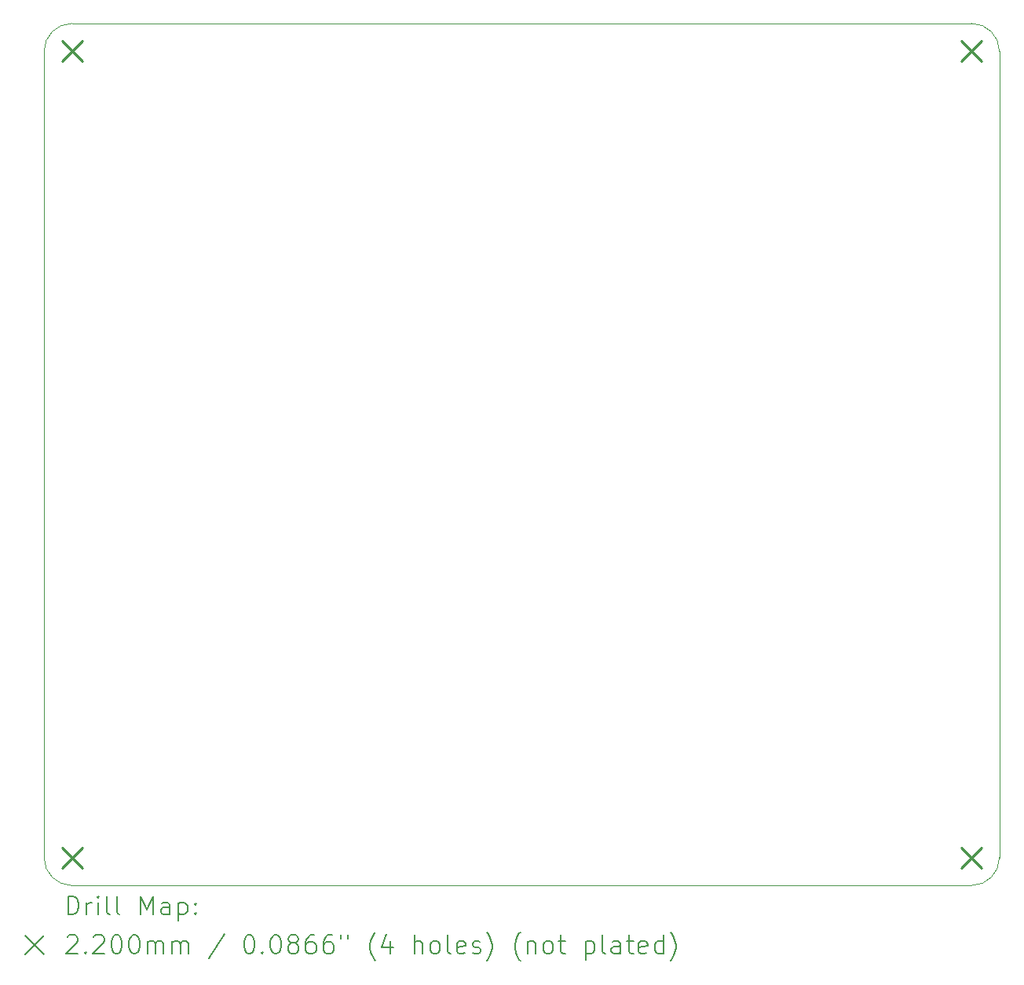
<source format=gbr>
%TF.GenerationSoftware,KiCad,Pcbnew,8.0.6*%
%TF.CreationDate,2024-11-23T21:18:31+01:00*%
%TF.ProjectId,smart home,736d6172-7420-4686-9f6d-652e6b696361,rev?*%
%TF.SameCoordinates,Original*%
%TF.FileFunction,Drillmap*%
%TF.FilePolarity,Positive*%
%FSLAX45Y45*%
G04 Gerber Fmt 4.5, Leading zero omitted, Abs format (unit mm)*
G04 Created by KiCad (PCBNEW 8.0.6) date 2024-11-23 21:18:31*
%MOMM*%
%LPD*%
G01*
G04 APERTURE LIST*
%ADD10C,0.050000*%
%ADD11C,0.200000*%
%ADD12C,0.220000*%
G04 APERTURE END LIST*
D10*
X12050000Y-2000000D02*
G75*
G02*
X12350000Y-2300000I0J-300000D01*
G01*
X12050000Y-11300000D02*
X2350000Y-11300000D01*
X2050000Y-2300000D02*
G75*
G02*
X2350000Y-2000000I300000J0D01*
G01*
X12350000Y-11000000D02*
X12350000Y-2300000D01*
X2350000Y-2000000D02*
X12050000Y-2000000D01*
X2350000Y-11300000D02*
G75*
G02*
X2050000Y-11000000I0J300000D01*
G01*
X2050000Y-2300000D02*
X2050000Y-11000000D01*
X12350000Y-11000000D02*
G75*
G02*
X12050000Y-11300000I-300000J0D01*
G01*
D11*
D12*
X2240000Y-2190000D02*
X2460000Y-2410000D01*
X2460000Y-2190000D02*
X2240000Y-2410000D01*
X2240000Y-10890000D02*
X2460000Y-11110000D01*
X2460000Y-10890000D02*
X2240000Y-11110000D01*
X11940000Y-2190000D02*
X12160000Y-2410000D01*
X12160000Y-2190000D02*
X11940000Y-2410000D01*
X11940000Y-10890000D02*
X12160000Y-11110000D01*
X12160000Y-10890000D02*
X11940000Y-11110000D01*
D11*
X2308277Y-11613984D02*
X2308277Y-11413984D01*
X2308277Y-11413984D02*
X2355896Y-11413984D01*
X2355896Y-11413984D02*
X2384467Y-11423508D01*
X2384467Y-11423508D02*
X2403515Y-11442555D01*
X2403515Y-11442555D02*
X2413039Y-11461603D01*
X2413039Y-11461603D02*
X2422563Y-11499698D01*
X2422563Y-11499698D02*
X2422563Y-11528269D01*
X2422563Y-11528269D02*
X2413039Y-11566365D01*
X2413039Y-11566365D02*
X2403515Y-11585412D01*
X2403515Y-11585412D02*
X2384467Y-11604460D01*
X2384467Y-11604460D02*
X2355896Y-11613984D01*
X2355896Y-11613984D02*
X2308277Y-11613984D01*
X2508277Y-11613984D02*
X2508277Y-11480650D01*
X2508277Y-11518746D02*
X2517801Y-11499698D01*
X2517801Y-11499698D02*
X2527324Y-11490174D01*
X2527324Y-11490174D02*
X2546372Y-11480650D01*
X2546372Y-11480650D02*
X2565420Y-11480650D01*
X2632086Y-11613984D02*
X2632086Y-11480650D01*
X2632086Y-11413984D02*
X2622563Y-11423508D01*
X2622563Y-11423508D02*
X2632086Y-11433031D01*
X2632086Y-11433031D02*
X2641610Y-11423508D01*
X2641610Y-11423508D02*
X2632086Y-11413984D01*
X2632086Y-11413984D02*
X2632086Y-11433031D01*
X2755896Y-11613984D02*
X2736848Y-11604460D01*
X2736848Y-11604460D02*
X2727324Y-11585412D01*
X2727324Y-11585412D02*
X2727324Y-11413984D01*
X2860658Y-11613984D02*
X2841610Y-11604460D01*
X2841610Y-11604460D02*
X2832086Y-11585412D01*
X2832086Y-11585412D02*
X2832086Y-11413984D01*
X3089229Y-11613984D02*
X3089229Y-11413984D01*
X3089229Y-11413984D02*
X3155896Y-11556841D01*
X3155896Y-11556841D02*
X3222562Y-11413984D01*
X3222562Y-11413984D02*
X3222562Y-11613984D01*
X3403515Y-11613984D02*
X3403515Y-11509222D01*
X3403515Y-11509222D02*
X3393991Y-11490174D01*
X3393991Y-11490174D02*
X3374943Y-11480650D01*
X3374943Y-11480650D02*
X3336848Y-11480650D01*
X3336848Y-11480650D02*
X3317801Y-11490174D01*
X3403515Y-11604460D02*
X3384467Y-11613984D01*
X3384467Y-11613984D02*
X3336848Y-11613984D01*
X3336848Y-11613984D02*
X3317801Y-11604460D01*
X3317801Y-11604460D02*
X3308277Y-11585412D01*
X3308277Y-11585412D02*
X3308277Y-11566365D01*
X3308277Y-11566365D02*
X3317801Y-11547317D01*
X3317801Y-11547317D02*
X3336848Y-11537793D01*
X3336848Y-11537793D02*
X3384467Y-11537793D01*
X3384467Y-11537793D02*
X3403515Y-11528269D01*
X3498753Y-11480650D02*
X3498753Y-11680650D01*
X3498753Y-11490174D02*
X3517801Y-11480650D01*
X3517801Y-11480650D02*
X3555896Y-11480650D01*
X3555896Y-11480650D02*
X3574943Y-11490174D01*
X3574943Y-11490174D02*
X3584467Y-11499698D01*
X3584467Y-11499698D02*
X3593991Y-11518746D01*
X3593991Y-11518746D02*
X3593991Y-11575888D01*
X3593991Y-11575888D02*
X3584467Y-11594936D01*
X3584467Y-11594936D02*
X3574943Y-11604460D01*
X3574943Y-11604460D02*
X3555896Y-11613984D01*
X3555896Y-11613984D02*
X3517801Y-11613984D01*
X3517801Y-11613984D02*
X3498753Y-11604460D01*
X3679705Y-11594936D02*
X3689229Y-11604460D01*
X3689229Y-11604460D02*
X3679705Y-11613984D01*
X3679705Y-11613984D02*
X3670182Y-11604460D01*
X3670182Y-11604460D02*
X3679705Y-11594936D01*
X3679705Y-11594936D02*
X3679705Y-11613984D01*
X3679705Y-11490174D02*
X3689229Y-11499698D01*
X3689229Y-11499698D02*
X3679705Y-11509222D01*
X3679705Y-11509222D02*
X3670182Y-11499698D01*
X3670182Y-11499698D02*
X3679705Y-11490174D01*
X3679705Y-11490174D02*
X3679705Y-11509222D01*
X1847500Y-11842500D02*
X2047500Y-12042500D01*
X2047500Y-11842500D02*
X1847500Y-12042500D01*
X2298753Y-11853031D02*
X2308277Y-11843508D01*
X2308277Y-11843508D02*
X2327324Y-11833984D01*
X2327324Y-11833984D02*
X2374944Y-11833984D01*
X2374944Y-11833984D02*
X2393991Y-11843508D01*
X2393991Y-11843508D02*
X2403515Y-11853031D01*
X2403515Y-11853031D02*
X2413039Y-11872079D01*
X2413039Y-11872079D02*
X2413039Y-11891127D01*
X2413039Y-11891127D02*
X2403515Y-11919698D01*
X2403515Y-11919698D02*
X2289229Y-12033984D01*
X2289229Y-12033984D02*
X2413039Y-12033984D01*
X2498753Y-12014936D02*
X2508277Y-12024460D01*
X2508277Y-12024460D02*
X2498753Y-12033984D01*
X2498753Y-12033984D02*
X2489229Y-12024460D01*
X2489229Y-12024460D02*
X2498753Y-12014936D01*
X2498753Y-12014936D02*
X2498753Y-12033984D01*
X2584467Y-11853031D02*
X2593991Y-11843508D01*
X2593991Y-11843508D02*
X2613039Y-11833984D01*
X2613039Y-11833984D02*
X2660658Y-11833984D01*
X2660658Y-11833984D02*
X2679705Y-11843508D01*
X2679705Y-11843508D02*
X2689229Y-11853031D01*
X2689229Y-11853031D02*
X2698753Y-11872079D01*
X2698753Y-11872079D02*
X2698753Y-11891127D01*
X2698753Y-11891127D02*
X2689229Y-11919698D01*
X2689229Y-11919698D02*
X2574944Y-12033984D01*
X2574944Y-12033984D02*
X2698753Y-12033984D01*
X2822562Y-11833984D02*
X2841610Y-11833984D01*
X2841610Y-11833984D02*
X2860658Y-11843508D01*
X2860658Y-11843508D02*
X2870182Y-11853031D01*
X2870182Y-11853031D02*
X2879705Y-11872079D01*
X2879705Y-11872079D02*
X2889229Y-11910174D01*
X2889229Y-11910174D02*
X2889229Y-11957793D01*
X2889229Y-11957793D02*
X2879705Y-11995888D01*
X2879705Y-11995888D02*
X2870182Y-12014936D01*
X2870182Y-12014936D02*
X2860658Y-12024460D01*
X2860658Y-12024460D02*
X2841610Y-12033984D01*
X2841610Y-12033984D02*
X2822562Y-12033984D01*
X2822562Y-12033984D02*
X2803515Y-12024460D01*
X2803515Y-12024460D02*
X2793991Y-12014936D01*
X2793991Y-12014936D02*
X2784467Y-11995888D01*
X2784467Y-11995888D02*
X2774944Y-11957793D01*
X2774944Y-11957793D02*
X2774944Y-11910174D01*
X2774944Y-11910174D02*
X2784467Y-11872079D01*
X2784467Y-11872079D02*
X2793991Y-11853031D01*
X2793991Y-11853031D02*
X2803515Y-11843508D01*
X2803515Y-11843508D02*
X2822562Y-11833984D01*
X3013039Y-11833984D02*
X3032086Y-11833984D01*
X3032086Y-11833984D02*
X3051134Y-11843508D01*
X3051134Y-11843508D02*
X3060658Y-11853031D01*
X3060658Y-11853031D02*
X3070182Y-11872079D01*
X3070182Y-11872079D02*
X3079705Y-11910174D01*
X3079705Y-11910174D02*
X3079705Y-11957793D01*
X3079705Y-11957793D02*
X3070182Y-11995888D01*
X3070182Y-11995888D02*
X3060658Y-12014936D01*
X3060658Y-12014936D02*
X3051134Y-12024460D01*
X3051134Y-12024460D02*
X3032086Y-12033984D01*
X3032086Y-12033984D02*
X3013039Y-12033984D01*
X3013039Y-12033984D02*
X2993991Y-12024460D01*
X2993991Y-12024460D02*
X2984467Y-12014936D01*
X2984467Y-12014936D02*
X2974943Y-11995888D01*
X2974943Y-11995888D02*
X2965420Y-11957793D01*
X2965420Y-11957793D02*
X2965420Y-11910174D01*
X2965420Y-11910174D02*
X2974943Y-11872079D01*
X2974943Y-11872079D02*
X2984467Y-11853031D01*
X2984467Y-11853031D02*
X2993991Y-11843508D01*
X2993991Y-11843508D02*
X3013039Y-11833984D01*
X3165420Y-12033984D02*
X3165420Y-11900650D01*
X3165420Y-11919698D02*
X3174943Y-11910174D01*
X3174943Y-11910174D02*
X3193991Y-11900650D01*
X3193991Y-11900650D02*
X3222563Y-11900650D01*
X3222563Y-11900650D02*
X3241610Y-11910174D01*
X3241610Y-11910174D02*
X3251134Y-11929222D01*
X3251134Y-11929222D02*
X3251134Y-12033984D01*
X3251134Y-11929222D02*
X3260658Y-11910174D01*
X3260658Y-11910174D02*
X3279705Y-11900650D01*
X3279705Y-11900650D02*
X3308277Y-11900650D01*
X3308277Y-11900650D02*
X3327324Y-11910174D01*
X3327324Y-11910174D02*
X3336848Y-11929222D01*
X3336848Y-11929222D02*
X3336848Y-12033984D01*
X3432086Y-12033984D02*
X3432086Y-11900650D01*
X3432086Y-11919698D02*
X3441610Y-11910174D01*
X3441610Y-11910174D02*
X3460658Y-11900650D01*
X3460658Y-11900650D02*
X3489229Y-11900650D01*
X3489229Y-11900650D02*
X3508277Y-11910174D01*
X3508277Y-11910174D02*
X3517801Y-11929222D01*
X3517801Y-11929222D02*
X3517801Y-12033984D01*
X3517801Y-11929222D02*
X3527324Y-11910174D01*
X3527324Y-11910174D02*
X3546372Y-11900650D01*
X3546372Y-11900650D02*
X3574943Y-11900650D01*
X3574943Y-11900650D02*
X3593991Y-11910174D01*
X3593991Y-11910174D02*
X3603515Y-11929222D01*
X3603515Y-11929222D02*
X3603515Y-12033984D01*
X3993991Y-11824460D02*
X3822563Y-12081603D01*
X4251134Y-11833984D02*
X4270182Y-11833984D01*
X4270182Y-11833984D02*
X4289229Y-11843508D01*
X4289229Y-11843508D02*
X4298753Y-11853031D01*
X4298753Y-11853031D02*
X4308277Y-11872079D01*
X4308277Y-11872079D02*
X4317801Y-11910174D01*
X4317801Y-11910174D02*
X4317801Y-11957793D01*
X4317801Y-11957793D02*
X4308277Y-11995888D01*
X4308277Y-11995888D02*
X4298753Y-12014936D01*
X4298753Y-12014936D02*
X4289229Y-12024460D01*
X4289229Y-12024460D02*
X4270182Y-12033984D01*
X4270182Y-12033984D02*
X4251134Y-12033984D01*
X4251134Y-12033984D02*
X4232087Y-12024460D01*
X4232087Y-12024460D02*
X4222563Y-12014936D01*
X4222563Y-12014936D02*
X4213039Y-11995888D01*
X4213039Y-11995888D02*
X4203515Y-11957793D01*
X4203515Y-11957793D02*
X4203515Y-11910174D01*
X4203515Y-11910174D02*
X4213039Y-11872079D01*
X4213039Y-11872079D02*
X4222563Y-11853031D01*
X4222563Y-11853031D02*
X4232087Y-11843508D01*
X4232087Y-11843508D02*
X4251134Y-11833984D01*
X4403515Y-12014936D02*
X4413039Y-12024460D01*
X4413039Y-12024460D02*
X4403515Y-12033984D01*
X4403515Y-12033984D02*
X4393991Y-12024460D01*
X4393991Y-12024460D02*
X4403515Y-12014936D01*
X4403515Y-12014936D02*
X4403515Y-12033984D01*
X4536848Y-11833984D02*
X4555896Y-11833984D01*
X4555896Y-11833984D02*
X4574944Y-11843508D01*
X4574944Y-11843508D02*
X4584468Y-11853031D01*
X4584468Y-11853031D02*
X4593991Y-11872079D01*
X4593991Y-11872079D02*
X4603515Y-11910174D01*
X4603515Y-11910174D02*
X4603515Y-11957793D01*
X4603515Y-11957793D02*
X4593991Y-11995888D01*
X4593991Y-11995888D02*
X4584468Y-12014936D01*
X4584468Y-12014936D02*
X4574944Y-12024460D01*
X4574944Y-12024460D02*
X4555896Y-12033984D01*
X4555896Y-12033984D02*
X4536848Y-12033984D01*
X4536848Y-12033984D02*
X4517801Y-12024460D01*
X4517801Y-12024460D02*
X4508277Y-12014936D01*
X4508277Y-12014936D02*
X4498753Y-11995888D01*
X4498753Y-11995888D02*
X4489229Y-11957793D01*
X4489229Y-11957793D02*
X4489229Y-11910174D01*
X4489229Y-11910174D02*
X4498753Y-11872079D01*
X4498753Y-11872079D02*
X4508277Y-11853031D01*
X4508277Y-11853031D02*
X4517801Y-11843508D01*
X4517801Y-11843508D02*
X4536848Y-11833984D01*
X4717801Y-11919698D02*
X4698753Y-11910174D01*
X4698753Y-11910174D02*
X4689229Y-11900650D01*
X4689229Y-11900650D02*
X4679706Y-11881603D01*
X4679706Y-11881603D02*
X4679706Y-11872079D01*
X4679706Y-11872079D02*
X4689229Y-11853031D01*
X4689229Y-11853031D02*
X4698753Y-11843508D01*
X4698753Y-11843508D02*
X4717801Y-11833984D01*
X4717801Y-11833984D02*
X4755896Y-11833984D01*
X4755896Y-11833984D02*
X4774944Y-11843508D01*
X4774944Y-11843508D02*
X4784468Y-11853031D01*
X4784468Y-11853031D02*
X4793991Y-11872079D01*
X4793991Y-11872079D02*
X4793991Y-11881603D01*
X4793991Y-11881603D02*
X4784468Y-11900650D01*
X4784468Y-11900650D02*
X4774944Y-11910174D01*
X4774944Y-11910174D02*
X4755896Y-11919698D01*
X4755896Y-11919698D02*
X4717801Y-11919698D01*
X4717801Y-11919698D02*
X4698753Y-11929222D01*
X4698753Y-11929222D02*
X4689229Y-11938746D01*
X4689229Y-11938746D02*
X4679706Y-11957793D01*
X4679706Y-11957793D02*
X4679706Y-11995888D01*
X4679706Y-11995888D02*
X4689229Y-12014936D01*
X4689229Y-12014936D02*
X4698753Y-12024460D01*
X4698753Y-12024460D02*
X4717801Y-12033984D01*
X4717801Y-12033984D02*
X4755896Y-12033984D01*
X4755896Y-12033984D02*
X4774944Y-12024460D01*
X4774944Y-12024460D02*
X4784468Y-12014936D01*
X4784468Y-12014936D02*
X4793991Y-11995888D01*
X4793991Y-11995888D02*
X4793991Y-11957793D01*
X4793991Y-11957793D02*
X4784468Y-11938746D01*
X4784468Y-11938746D02*
X4774944Y-11929222D01*
X4774944Y-11929222D02*
X4755896Y-11919698D01*
X4965420Y-11833984D02*
X4927325Y-11833984D01*
X4927325Y-11833984D02*
X4908277Y-11843508D01*
X4908277Y-11843508D02*
X4898753Y-11853031D01*
X4898753Y-11853031D02*
X4879706Y-11881603D01*
X4879706Y-11881603D02*
X4870182Y-11919698D01*
X4870182Y-11919698D02*
X4870182Y-11995888D01*
X4870182Y-11995888D02*
X4879706Y-12014936D01*
X4879706Y-12014936D02*
X4889229Y-12024460D01*
X4889229Y-12024460D02*
X4908277Y-12033984D01*
X4908277Y-12033984D02*
X4946372Y-12033984D01*
X4946372Y-12033984D02*
X4965420Y-12024460D01*
X4965420Y-12024460D02*
X4974944Y-12014936D01*
X4974944Y-12014936D02*
X4984468Y-11995888D01*
X4984468Y-11995888D02*
X4984468Y-11948269D01*
X4984468Y-11948269D02*
X4974944Y-11929222D01*
X4974944Y-11929222D02*
X4965420Y-11919698D01*
X4965420Y-11919698D02*
X4946372Y-11910174D01*
X4946372Y-11910174D02*
X4908277Y-11910174D01*
X4908277Y-11910174D02*
X4889229Y-11919698D01*
X4889229Y-11919698D02*
X4879706Y-11929222D01*
X4879706Y-11929222D02*
X4870182Y-11948269D01*
X5155896Y-11833984D02*
X5117801Y-11833984D01*
X5117801Y-11833984D02*
X5098753Y-11843508D01*
X5098753Y-11843508D02*
X5089229Y-11853031D01*
X5089229Y-11853031D02*
X5070182Y-11881603D01*
X5070182Y-11881603D02*
X5060658Y-11919698D01*
X5060658Y-11919698D02*
X5060658Y-11995888D01*
X5060658Y-11995888D02*
X5070182Y-12014936D01*
X5070182Y-12014936D02*
X5079706Y-12024460D01*
X5079706Y-12024460D02*
X5098753Y-12033984D01*
X5098753Y-12033984D02*
X5136849Y-12033984D01*
X5136849Y-12033984D02*
X5155896Y-12024460D01*
X5155896Y-12024460D02*
X5165420Y-12014936D01*
X5165420Y-12014936D02*
X5174944Y-11995888D01*
X5174944Y-11995888D02*
X5174944Y-11948269D01*
X5174944Y-11948269D02*
X5165420Y-11929222D01*
X5165420Y-11929222D02*
X5155896Y-11919698D01*
X5155896Y-11919698D02*
X5136849Y-11910174D01*
X5136849Y-11910174D02*
X5098753Y-11910174D01*
X5098753Y-11910174D02*
X5079706Y-11919698D01*
X5079706Y-11919698D02*
X5070182Y-11929222D01*
X5070182Y-11929222D02*
X5060658Y-11948269D01*
X5251134Y-11833984D02*
X5251134Y-11872079D01*
X5327325Y-11833984D02*
X5327325Y-11872079D01*
X5622563Y-12110174D02*
X5613039Y-12100650D01*
X5613039Y-12100650D02*
X5593991Y-12072079D01*
X5593991Y-12072079D02*
X5584468Y-12053031D01*
X5584468Y-12053031D02*
X5574944Y-12024460D01*
X5574944Y-12024460D02*
X5565420Y-11976841D01*
X5565420Y-11976841D02*
X5565420Y-11938746D01*
X5565420Y-11938746D02*
X5574944Y-11891127D01*
X5574944Y-11891127D02*
X5584468Y-11862555D01*
X5584468Y-11862555D02*
X5593991Y-11843508D01*
X5593991Y-11843508D02*
X5613039Y-11814936D01*
X5613039Y-11814936D02*
X5622563Y-11805412D01*
X5784468Y-11900650D02*
X5784468Y-12033984D01*
X5736848Y-11824460D02*
X5689229Y-11967317D01*
X5689229Y-11967317D02*
X5813039Y-11967317D01*
X6041610Y-12033984D02*
X6041610Y-11833984D01*
X6127325Y-12033984D02*
X6127325Y-11929222D01*
X6127325Y-11929222D02*
X6117801Y-11910174D01*
X6117801Y-11910174D02*
X6098753Y-11900650D01*
X6098753Y-11900650D02*
X6070182Y-11900650D01*
X6070182Y-11900650D02*
X6051134Y-11910174D01*
X6051134Y-11910174D02*
X6041610Y-11919698D01*
X6251134Y-12033984D02*
X6232087Y-12024460D01*
X6232087Y-12024460D02*
X6222563Y-12014936D01*
X6222563Y-12014936D02*
X6213039Y-11995888D01*
X6213039Y-11995888D02*
X6213039Y-11938746D01*
X6213039Y-11938746D02*
X6222563Y-11919698D01*
X6222563Y-11919698D02*
X6232087Y-11910174D01*
X6232087Y-11910174D02*
X6251134Y-11900650D01*
X6251134Y-11900650D02*
X6279706Y-11900650D01*
X6279706Y-11900650D02*
X6298753Y-11910174D01*
X6298753Y-11910174D02*
X6308277Y-11919698D01*
X6308277Y-11919698D02*
X6317801Y-11938746D01*
X6317801Y-11938746D02*
X6317801Y-11995888D01*
X6317801Y-11995888D02*
X6308277Y-12014936D01*
X6308277Y-12014936D02*
X6298753Y-12024460D01*
X6298753Y-12024460D02*
X6279706Y-12033984D01*
X6279706Y-12033984D02*
X6251134Y-12033984D01*
X6432087Y-12033984D02*
X6413039Y-12024460D01*
X6413039Y-12024460D02*
X6403515Y-12005412D01*
X6403515Y-12005412D02*
X6403515Y-11833984D01*
X6584468Y-12024460D02*
X6565420Y-12033984D01*
X6565420Y-12033984D02*
X6527325Y-12033984D01*
X6527325Y-12033984D02*
X6508277Y-12024460D01*
X6508277Y-12024460D02*
X6498753Y-12005412D01*
X6498753Y-12005412D02*
X6498753Y-11929222D01*
X6498753Y-11929222D02*
X6508277Y-11910174D01*
X6508277Y-11910174D02*
X6527325Y-11900650D01*
X6527325Y-11900650D02*
X6565420Y-11900650D01*
X6565420Y-11900650D02*
X6584468Y-11910174D01*
X6584468Y-11910174D02*
X6593991Y-11929222D01*
X6593991Y-11929222D02*
X6593991Y-11948269D01*
X6593991Y-11948269D02*
X6498753Y-11967317D01*
X6670182Y-12024460D02*
X6689230Y-12033984D01*
X6689230Y-12033984D02*
X6727325Y-12033984D01*
X6727325Y-12033984D02*
X6746372Y-12024460D01*
X6746372Y-12024460D02*
X6755896Y-12005412D01*
X6755896Y-12005412D02*
X6755896Y-11995888D01*
X6755896Y-11995888D02*
X6746372Y-11976841D01*
X6746372Y-11976841D02*
X6727325Y-11967317D01*
X6727325Y-11967317D02*
X6698753Y-11967317D01*
X6698753Y-11967317D02*
X6679706Y-11957793D01*
X6679706Y-11957793D02*
X6670182Y-11938746D01*
X6670182Y-11938746D02*
X6670182Y-11929222D01*
X6670182Y-11929222D02*
X6679706Y-11910174D01*
X6679706Y-11910174D02*
X6698753Y-11900650D01*
X6698753Y-11900650D02*
X6727325Y-11900650D01*
X6727325Y-11900650D02*
X6746372Y-11910174D01*
X6822563Y-12110174D02*
X6832087Y-12100650D01*
X6832087Y-12100650D02*
X6851134Y-12072079D01*
X6851134Y-12072079D02*
X6860658Y-12053031D01*
X6860658Y-12053031D02*
X6870182Y-12024460D01*
X6870182Y-12024460D02*
X6879706Y-11976841D01*
X6879706Y-11976841D02*
X6879706Y-11938746D01*
X6879706Y-11938746D02*
X6870182Y-11891127D01*
X6870182Y-11891127D02*
X6860658Y-11862555D01*
X6860658Y-11862555D02*
X6851134Y-11843508D01*
X6851134Y-11843508D02*
X6832087Y-11814936D01*
X6832087Y-11814936D02*
X6822563Y-11805412D01*
X7184468Y-12110174D02*
X7174944Y-12100650D01*
X7174944Y-12100650D02*
X7155896Y-12072079D01*
X7155896Y-12072079D02*
X7146372Y-12053031D01*
X7146372Y-12053031D02*
X7136849Y-12024460D01*
X7136849Y-12024460D02*
X7127325Y-11976841D01*
X7127325Y-11976841D02*
X7127325Y-11938746D01*
X7127325Y-11938746D02*
X7136849Y-11891127D01*
X7136849Y-11891127D02*
X7146372Y-11862555D01*
X7146372Y-11862555D02*
X7155896Y-11843508D01*
X7155896Y-11843508D02*
X7174944Y-11814936D01*
X7174944Y-11814936D02*
X7184468Y-11805412D01*
X7260658Y-11900650D02*
X7260658Y-12033984D01*
X7260658Y-11919698D02*
X7270182Y-11910174D01*
X7270182Y-11910174D02*
X7289230Y-11900650D01*
X7289230Y-11900650D02*
X7317801Y-11900650D01*
X7317801Y-11900650D02*
X7336849Y-11910174D01*
X7336849Y-11910174D02*
X7346372Y-11929222D01*
X7346372Y-11929222D02*
X7346372Y-12033984D01*
X7470182Y-12033984D02*
X7451134Y-12024460D01*
X7451134Y-12024460D02*
X7441611Y-12014936D01*
X7441611Y-12014936D02*
X7432087Y-11995888D01*
X7432087Y-11995888D02*
X7432087Y-11938746D01*
X7432087Y-11938746D02*
X7441611Y-11919698D01*
X7441611Y-11919698D02*
X7451134Y-11910174D01*
X7451134Y-11910174D02*
X7470182Y-11900650D01*
X7470182Y-11900650D02*
X7498753Y-11900650D01*
X7498753Y-11900650D02*
X7517801Y-11910174D01*
X7517801Y-11910174D02*
X7527325Y-11919698D01*
X7527325Y-11919698D02*
X7536849Y-11938746D01*
X7536849Y-11938746D02*
X7536849Y-11995888D01*
X7536849Y-11995888D02*
X7527325Y-12014936D01*
X7527325Y-12014936D02*
X7517801Y-12024460D01*
X7517801Y-12024460D02*
X7498753Y-12033984D01*
X7498753Y-12033984D02*
X7470182Y-12033984D01*
X7593992Y-11900650D02*
X7670182Y-11900650D01*
X7622563Y-11833984D02*
X7622563Y-12005412D01*
X7622563Y-12005412D02*
X7632087Y-12024460D01*
X7632087Y-12024460D02*
X7651134Y-12033984D01*
X7651134Y-12033984D02*
X7670182Y-12033984D01*
X7889230Y-11900650D02*
X7889230Y-12100650D01*
X7889230Y-11910174D02*
X7908277Y-11900650D01*
X7908277Y-11900650D02*
X7946373Y-11900650D01*
X7946373Y-11900650D02*
X7965420Y-11910174D01*
X7965420Y-11910174D02*
X7974944Y-11919698D01*
X7974944Y-11919698D02*
X7984468Y-11938746D01*
X7984468Y-11938746D02*
X7984468Y-11995888D01*
X7984468Y-11995888D02*
X7974944Y-12014936D01*
X7974944Y-12014936D02*
X7965420Y-12024460D01*
X7965420Y-12024460D02*
X7946373Y-12033984D01*
X7946373Y-12033984D02*
X7908277Y-12033984D01*
X7908277Y-12033984D02*
X7889230Y-12024460D01*
X8098753Y-12033984D02*
X8079706Y-12024460D01*
X8079706Y-12024460D02*
X8070182Y-12005412D01*
X8070182Y-12005412D02*
X8070182Y-11833984D01*
X8260658Y-12033984D02*
X8260658Y-11929222D01*
X8260658Y-11929222D02*
X8251134Y-11910174D01*
X8251134Y-11910174D02*
X8232087Y-11900650D01*
X8232087Y-11900650D02*
X8193992Y-11900650D01*
X8193992Y-11900650D02*
X8174944Y-11910174D01*
X8260658Y-12024460D02*
X8241611Y-12033984D01*
X8241611Y-12033984D02*
X8193992Y-12033984D01*
X8193992Y-12033984D02*
X8174944Y-12024460D01*
X8174944Y-12024460D02*
X8165420Y-12005412D01*
X8165420Y-12005412D02*
X8165420Y-11986365D01*
X8165420Y-11986365D02*
X8174944Y-11967317D01*
X8174944Y-11967317D02*
X8193992Y-11957793D01*
X8193992Y-11957793D02*
X8241611Y-11957793D01*
X8241611Y-11957793D02*
X8260658Y-11948269D01*
X8327325Y-11900650D02*
X8403515Y-11900650D01*
X8355896Y-11833984D02*
X8355896Y-12005412D01*
X8355896Y-12005412D02*
X8365420Y-12024460D01*
X8365420Y-12024460D02*
X8384468Y-12033984D01*
X8384468Y-12033984D02*
X8403515Y-12033984D01*
X8546373Y-12024460D02*
X8527325Y-12033984D01*
X8527325Y-12033984D02*
X8489230Y-12033984D01*
X8489230Y-12033984D02*
X8470182Y-12024460D01*
X8470182Y-12024460D02*
X8460658Y-12005412D01*
X8460658Y-12005412D02*
X8460658Y-11929222D01*
X8460658Y-11929222D02*
X8470182Y-11910174D01*
X8470182Y-11910174D02*
X8489230Y-11900650D01*
X8489230Y-11900650D02*
X8527325Y-11900650D01*
X8527325Y-11900650D02*
X8546373Y-11910174D01*
X8546373Y-11910174D02*
X8555896Y-11929222D01*
X8555896Y-11929222D02*
X8555896Y-11948269D01*
X8555896Y-11948269D02*
X8460658Y-11967317D01*
X8727325Y-12033984D02*
X8727325Y-11833984D01*
X8727325Y-12024460D02*
X8708277Y-12033984D01*
X8708277Y-12033984D02*
X8670182Y-12033984D01*
X8670182Y-12033984D02*
X8651135Y-12024460D01*
X8651135Y-12024460D02*
X8641611Y-12014936D01*
X8641611Y-12014936D02*
X8632087Y-11995888D01*
X8632087Y-11995888D02*
X8632087Y-11938746D01*
X8632087Y-11938746D02*
X8641611Y-11919698D01*
X8641611Y-11919698D02*
X8651135Y-11910174D01*
X8651135Y-11910174D02*
X8670182Y-11900650D01*
X8670182Y-11900650D02*
X8708277Y-11900650D01*
X8708277Y-11900650D02*
X8727325Y-11910174D01*
X8803516Y-12110174D02*
X8813039Y-12100650D01*
X8813039Y-12100650D02*
X8832087Y-12072079D01*
X8832087Y-12072079D02*
X8841611Y-12053031D01*
X8841611Y-12053031D02*
X8851135Y-12024460D01*
X8851135Y-12024460D02*
X8860658Y-11976841D01*
X8860658Y-11976841D02*
X8860658Y-11938746D01*
X8860658Y-11938746D02*
X8851135Y-11891127D01*
X8851135Y-11891127D02*
X8841611Y-11862555D01*
X8841611Y-11862555D02*
X8832087Y-11843508D01*
X8832087Y-11843508D02*
X8813039Y-11814936D01*
X8813039Y-11814936D02*
X8803516Y-11805412D01*
M02*

</source>
